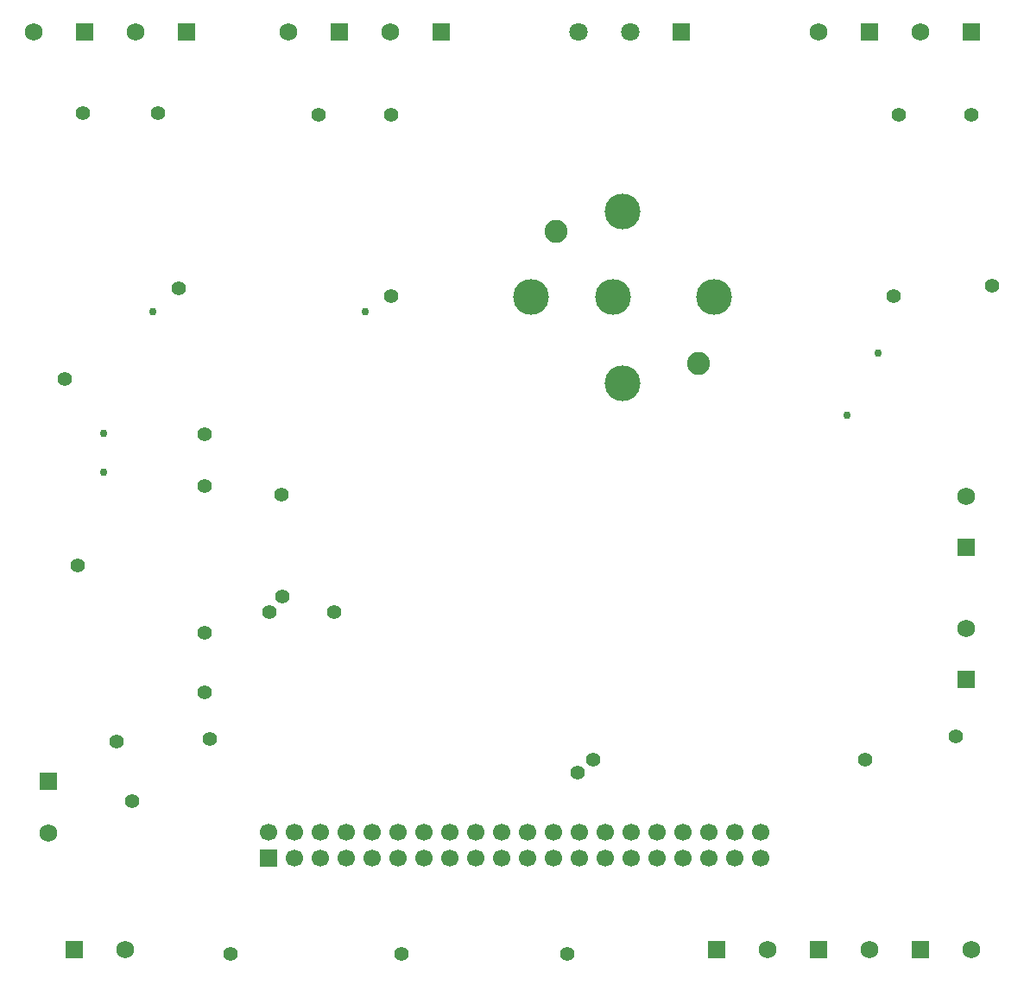
<source format=gbs>
G04*
G04 #@! TF.GenerationSoftware,Altium Limited,Altium Designer,20.2.3 (150)*
G04*
G04 Layer_Color=16711935*
%FSLAX25Y25*%
%MOIN*%
G70*
G04*
G04 #@! TF.SameCoordinates,905A4ADE-4B76-40EE-A630-EEB48A76D6D9*
G04*
G04*
G04 #@! TF.FilePolarity,Negative*
G04*
G01*
G75*
%ADD43C,0.00591*%
%ADD44C,0.13791*%
%ADD45C,0.08858*%
%ADD46C,0.06890*%
%ADD47R,0.06890X0.06890*%
%ADD48R,0.06890X0.06890*%
%ADD49C,0.07087*%
%ADD50R,0.07087X0.07087*%
%ADD51C,0.06693*%
%ADD52R,0.06693X0.06693*%
%ADD53C,0.05591*%
%ADD54C,0.02953*%
D43*
X198819Y374016D02*
D03*
X326772Y110236D02*
D03*
X290000Y374016D02*
D03*
X11811Y259842D02*
D03*
Y110236D02*
D03*
X342520Y203740D02*
D03*
D44*
X276433Y271654D02*
D03*
X205961D02*
D03*
X241197Y238386D02*
D03*
X237457Y271654D02*
D03*
X241197Y304921D02*
D03*
D45*
X215606Y297244D02*
D03*
X270724Y246063D02*
D03*
D46*
X336614Y19685D02*
D03*
X375984D02*
D03*
X297244D02*
D03*
X374016Y143701D02*
D03*
X151575Y374016D02*
D03*
X112205D02*
D03*
X53150D02*
D03*
X13780D02*
D03*
X356299D02*
D03*
X316929D02*
D03*
X19685Y64961D02*
D03*
X49213Y19685D02*
D03*
X374016Y194882D02*
D03*
D47*
X316929Y19685D02*
D03*
X356299D02*
D03*
X277559D02*
D03*
X171260Y374016D02*
D03*
X131890D02*
D03*
X72835D02*
D03*
X33465D02*
D03*
X375984D02*
D03*
X336614D02*
D03*
X29528Y19685D02*
D03*
D48*
X374016Y124016D02*
D03*
X19685Y84646D02*
D03*
X374016Y175197D02*
D03*
D49*
X224410Y374016D02*
D03*
X244094D02*
D03*
D50*
X263779D02*
D03*
D51*
X294724Y55118D02*
D03*
X284724D02*
D03*
X274724D02*
D03*
X264724D02*
D03*
X254724D02*
D03*
X244724D02*
D03*
X234724D02*
D03*
X224724D02*
D03*
X214724D02*
D03*
X204724D02*
D03*
X194724D02*
D03*
X184724D02*
D03*
X174724D02*
D03*
X164724D02*
D03*
X154724D02*
D03*
X144724D02*
D03*
X134724D02*
D03*
X124724D02*
D03*
X114724D02*
D03*
X294724Y65118D02*
D03*
X284724D02*
D03*
X274724D02*
D03*
X264724D02*
D03*
X254724D02*
D03*
X244724D02*
D03*
X234724D02*
D03*
X224724D02*
D03*
X214724D02*
D03*
X204724D02*
D03*
X194724D02*
D03*
X184724D02*
D03*
X174724D02*
D03*
X164724D02*
D03*
X154724D02*
D03*
X144724D02*
D03*
X134724D02*
D03*
X124724D02*
D03*
X114724D02*
D03*
X104724D02*
D03*
D52*
Y55118D02*
D03*
D53*
X334884Y93116D02*
D03*
X224000Y88000D02*
D03*
X230000Y93000D02*
D03*
X346000Y272000D02*
D03*
X370000Y102000D02*
D03*
X220000Y18000D02*
D03*
X156005Y18005D02*
D03*
X90000Y18000D02*
D03*
X26000Y240000D02*
D03*
X109505Y195470D02*
D03*
X80000Y198965D02*
D03*
X46000Y100000D02*
D03*
X31000Y168000D02*
D03*
X80000Y218965D02*
D03*
X110000Y156000D02*
D03*
X105000Y150000D02*
D03*
X130000D02*
D03*
X52000Y77000D02*
D03*
X80000Y119000D02*
D03*
X82000Y101000D02*
D03*
X80000Y142000D02*
D03*
X70000Y275000D02*
D03*
X152000Y272000D02*
D03*
X384000Y276000D02*
D03*
X348000Y342000D02*
D03*
X376000D02*
D03*
X124000D02*
D03*
X152000D02*
D03*
X32894Y342894D02*
D03*
X62000Y342905D02*
D03*
D54*
X328000Y226000D02*
D03*
X340000Y250000D02*
D03*
X41000Y219000D02*
D03*
Y204000D02*
D03*
X142000Y266000D02*
D03*
X60000D02*
D03*
M02*

</source>
